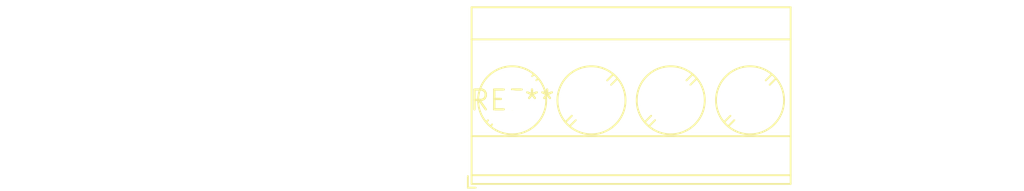
<source format=kicad_pcb>
(kicad_pcb (version 20240108) (generator pcbnew)
  (layers (0 "F.Cu" signal) (31 "B.Cu" signal) (34 "B.Paste" user) (35 "F.Paste" user) (36 "B.SilkS" user "B.Silkscreen") (37 "F.SilkS" user "F.Silkscreen") (38 "B.Mask" user) (39 "F.Mask" user) (44 "Edge.Cuts" user))
  (net 0 "")
  (footprint "TerminalBlock_Phoenix_MKDS-3-4-5.08_1x04_P5.08mm_Horizontal" (layer "F.Cu") (at 0 0)
    (property "Reference" "REF**")
    (property "Value" "TerminalBlock_Phoenix_MKDS-3-4-5.08_1x04_P5.08mm_Horizontal")
    (fp_line (start -2.84 4.86) (end -2.84 5.6) (layer "F.SilkS") (stroke (width 0.12)))
    (fp_line (start -2.84 5.6) (end -2.34 5.6) (layer "F.SilkS") (stroke (width 0.12)))
    (fp_line (start -2.6 -5.96) (end -2.6 5.36) (layer "F.SilkS") (stroke (width 0.12)))
    (fp_line (start -2.6 -5.96) (end 17.84 -5.96) (layer "F.SilkS") (stroke (width 0.12)))
    (fp_line (start -2.6 -3.9) (end 17.84 -3.9) (layer "F.SilkS") (stroke (width 0.12)))
    (fp_line (start -2.6 2.3) (end 17.84 2.3) (layer "F.SilkS") (stroke (width 0.12)))
    (fp_line (start -2.6 4.8) (end 17.84 4.8) (layer "F.SilkS") (stroke (width 0.12)))
    (fp_line (start -2.6 5.36) (end 17.84 5.36) (layer "F.SilkS") (stroke (width 0.12)))
    (fp_line (start -1.548 1.281) (end -1.654 1.388) (layer "F.SilkS") (stroke (width 0.12)))
    (fp_line (start -1.282 1.547) (end -1.388 1.654) (layer "F.SilkS") (stroke (width 0.12)))
    (fp_line (start 1.388 -1.654) (end 1.281 -1.547) (layer "F.SilkS") (stroke (width 0.12)))
    (fp_line (start 1.654 -1.388) (end 1.547 -1.281) (layer "F.SilkS") (stroke (width 0.12)))
    (fp_line (start 3.822 0.992) (end 3.427 1.388) (layer "F.SilkS") (stroke (width 0.12)))
    (fp_line (start 4.073 1.274) (end 3.693 1.654) (layer "F.SilkS") (stroke (width 0.12)))
    (fp_line (start 6.468 -1.654) (end 6.088 -1.274) (layer "F.SilkS") (stroke (width 0.12)))
    (fp_line (start 6.734 -1.388) (end 6.339 -0.992) (layer "F.SilkS") (stroke (width 0.12)))
    (fp_line (start 8.902 0.992) (end 8.507 1.388) (layer "F.SilkS") (stroke (width 0.12)))
    (fp_line (start 9.153 1.274) (end 8.773 1.654) (layer "F.SilkS") (stroke (width 0.12)))
    (fp_line (start 11.548 -1.654) (end 11.168 -1.274) (layer "F.SilkS") (stroke (width 0.12)))
    (fp_line (start 11.814 -1.388) (end 11.419 -0.992) (layer "F.SilkS") (stroke (width 0.12)))
    (fp_line (start 13.982 0.992) (end 13.587 1.388) (layer "F.SilkS") (stroke (width 0.12)))
    (fp_line (start 14.233 1.274) (end 13.853 1.654) (layer "F.SilkS") (stroke (width 0.12)))
    (fp_line (start 16.628 -1.654) (end 16.248 -1.274) (layer "F.SilkS") (stroke (width 0.12)))
    (fp_line (start 16.894 -1.388) (end 16.499 -0.992) (layer "F.SilkS") (stroke (width 0.12)))
    (fp_line (start 17.84 -5.96) (end 17.84 5.36) (layer "F.SilkS") (stroke (width 0.12)))
    (fp_circle (center 0 0) (end 2.18 0) (layer "F.SilkS") (stroke (width 0.12)) (fill none))
    (fp_circle (center 5.08 0) (end 7.26 0) (layer "F.SilkS") (stroke (width 0.12)) (fill none))
    (fp_circle (center 10.16 0) (end 12.34 0) (layer "F.SilkS") (stroke (width 0.12)) (fill none))
    (fp_circle (center 15.24 0) (end 17.42 0) (layer "F.SilkS") (stroke (width 0.12)) (fill none))
    (pad "1" thru_hole rect (at 0 0) (size 2.6 2.6) (drill 1.3) (layers *.Cu *.Mask) (remove_unused_layers))
    (pad "2" thru_hole circle (at 5.08 0) (size 2.6 2.6) (drill 1.3) (layers *.Cu *.Mask) (remove_unused_layers))
    (pad "3" thru_hole circle (at 10.16 0) (size 2.6 2.6) (drill 1.3) (layers *.Cu *.Mask) (remove_unused_layers))
    (pad "4" thru_hole circle (at 15.24 0) (size 2.6 2.6) (drill 1.3) (layers *.Cu *.Mask) (remove_unused_layers))
  )
)
</source>
